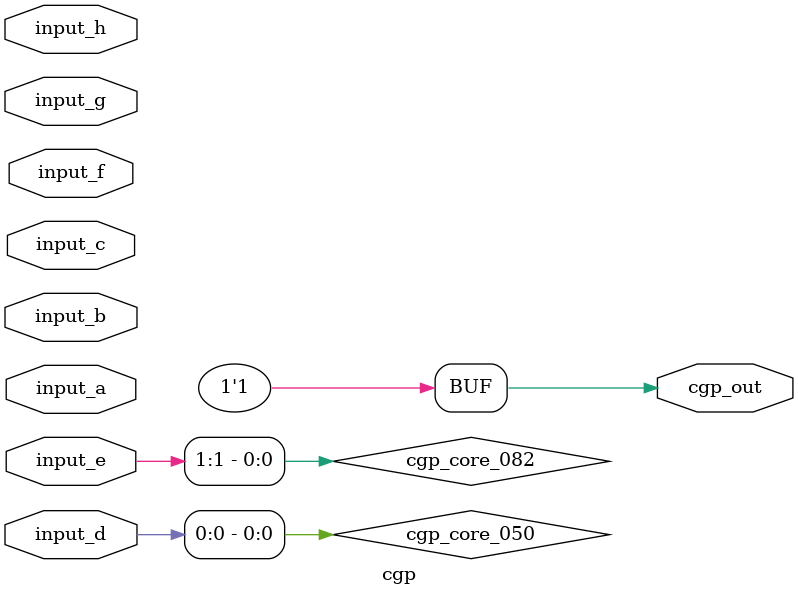
<source format=v>
module cgp(input [1:0] input_a, input [1:0] input_b, input [1:0] input_c, input [1:0] input_d, input [1:0] input_e, input [1:0] input_f, input [1:0] input_g, input [1:0] input_h, output [0:0] cgp_out);
  wire cgp_core_019;
  wire cgp_core_020;
  wire cgp_core_022;
  wire cgp_core_023;
  wire cgp_core_024;
  wire cgp_core_025_not;
  wire cgp_core_026;
  wire cgp_core_027;
  wire cgp_core_028;
  wire cgp_core_029;
  wire cgp_core_031;
  wire cgp_core_032;
  wire cgp_core_035;
  wire cgp_core_036;
  wire cgp_core_037;
  wire cgp_core_039;
  wire cgp_core_040;
  wire cgp_core_041;
  wire cgp_core_042;
  wire cgp_core_043;
  wire cgp_core_045;
  wire cgp_core_046;
  wire cgp_core_050;
  wire cgp_core_052;
  wire cgp_core_054;
  wire cgp_core_055;
  wire cgp_core_056;
  wire cgp_core_058;
  wire cgp_core_060;
  wire cgp_core_061;
  wire cgp_core_062;
  wire cgp_core_065;
  wire cgp_core_067;
  wire cgp_core_068;
  wire cgp_core_069;
  wire cgp_core_071;
  wire cgp_core_072;
  wire cgp_core_073;
  wire cgp_core_074_not;
  wire cgp_core_075;
  wire cgp_core_076;
  wire cgp_core_077;
  wire cgp_core_079;
  wire cgp_core_081_not;
  wire cgp_core_082;
  wire cgp_core_083;
  wire cgp_core_084;
  wire cgp_core_085;
  wire cgp_core_088;
  wire cgp_core_095_not;

  assign cgp_core_019 = ~input_e[1];
  assign cgp_core_020 = ~(input_f[0] | input_c[0]);
  assign cgp_core_022 = ~(cgp_core_020 & input_h[0]);
  assign cgp_core_023 = ~input_d[1];
  assign cgp_core_024 = input_c[0] | input_g[1];
  assign cgp_core_025_not = ~input_d[0];
  assign cgp_core_026 = input_a[0] ^ input_e[0];
  assign cgp_core_027 = ~input_d[0];
  assign cgp_core_028 = input_a[1] & input_e[0];
  assign cgp_core_029 = input_b[1] ^ cgp_core_026;
  assign cgp_core_031 = ~(cgp_core_028 | input_h[1]);
  assign cgp_core_032 = ~(input_d[1] | input_a[1]);
  assign cgp_core_035 = input_a[1] & input_f[0];
  assign cgp_core_036 = input_d[1] & input_d[0];
  assign cgp_core_037 = ~(input_a[1] ^ input_h[1]);
  assign cgp_core_039 = input_g[1] & input_f[0];
  assign cgp_core_040 = cgp_core_037 | input_a[0];
  assign cgp_core_041 = input_e[0] ^ input_g[0];
  assign cgp_core_042 = input_h[1] | input_c[1];
  assign cgp_core_043 = ~(input_c[0] | input_h[1]);
  assign cgp_core_045 = cgp_core_043 & input_b[0];
  assign cgp_core_046 = cgp_core_043 | input_f[0];
  assign cgp_core_050 = ~cgp_core_025_not;
  assign cgp_core_052 = ~(input_b[0] | input_g[1]);
  assign cgp_core_054 = input_h[0] | input_b[1];
  assign cgp_core_055 = ~input_c[1];
  assign cgp_core_056 = input_h[0] | input_e[1];
  assign cgp_core_058 = ~(input_b[0] & input_c[1]);
  assign cgp_core_060 = ~input_g[1];
  assign cgp_core_061 = ~(cgp_core_058 ^ input_c[0]);
  assign cgp_core_062 = input_h[0] & input_c[1];
  assign cgp_core_065 = ~input_d[1];
  assign cgp_core_067 = input_g[0] ^ input_f[0];
  assign cgp_core_068 = input_b[0] & input_h[0];
  assign cgp_core_069 = input_h[0] ^ input_a[0];
  assign cgp_core_071 = input_g[1] ^ input_e[0];
  assign cgp_core_072 = input_h[0] & input_b[0];
  assign cgp_core_073 = ~input_h[1];
  assign cgp_core_074_not = ~input_e[0];
  assign cgp_core_075 = input_b[0] & input_b[1];
  assign cgp_core_076 = ~input_e[0];
  assign cgp_core_077 = ~(input_b[0] | input_b[1]);
  assign cgp_core_079 = cgp_core_056 & input_e[0];
  assign cgp_core_081_not = ~cgp_core_056;
  assign cgp_core_082 = input_e[1] & input_e[1];
  assign cgp_core_083 = ~(input_d[1] | input_b[0]);
  assign cgp_core_084 = ~(input_g[0] ^ input_d[1]);
  assign cgp_core_085 = cgp_core_084 | input_b[0];
  assign cgp_core_088 = input_a[0] ^ input_b[1];
  assign cgp_core_095_not = ~input_f[0];

  assign cgp_out[0] = 1'b1;
endmodule
</source>
